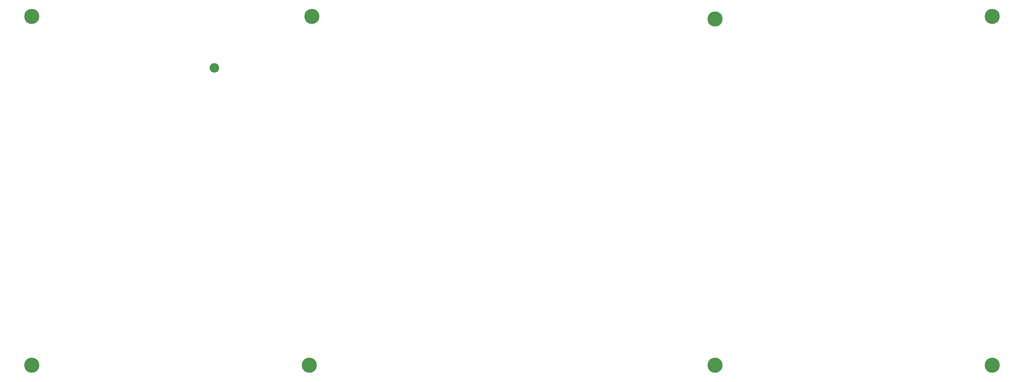
<source format=gbr>
G04 #@! TF.GenerationSoftware,KiCad,Pcbnew,(5.1.4-0)*
G04 #@! TF.CreationDate,2021-10-23T17:41:14-05:00*
G04 #@! TF.ProjectId,bottom_plate,626f7474-6f6d-45f7-906c-6174652e6b69,rev?*
G04 #@! TF.SameCoordinates,Original*
G04 #@! TF.FileFunction,Soldermask,Bot*
G04 #@! TF.FilePolarity,Negative*
%FSLAX46Y46*%
G04 Gerber Fmt 4.6, Leading zero omitted, Abs format (unit mm)*
G04 Created by KiCad (PCBNEW (5.1.4-0)) date 2021-10-23 17:41:14*
%MOMM*%
%LPD*%
G04 APERTURE LIST*
%ADD10C,3.500000*%
%ADD11C,2.200000*%
G04 APERTURE END LIST*
D10*
X319709381Y-119050204D03*
X319709381Y-38682951D03*
X225649927Y-119050204D03*
X226245240Y-38087636D03*
X161356123Y-119050204D03*
X161356123Y-38087636D03*
X384003185Y-38087636D03*
X384003185Y-119050204D03*
D11*
X203623474Y-49993944D03*
M02*

</source>
